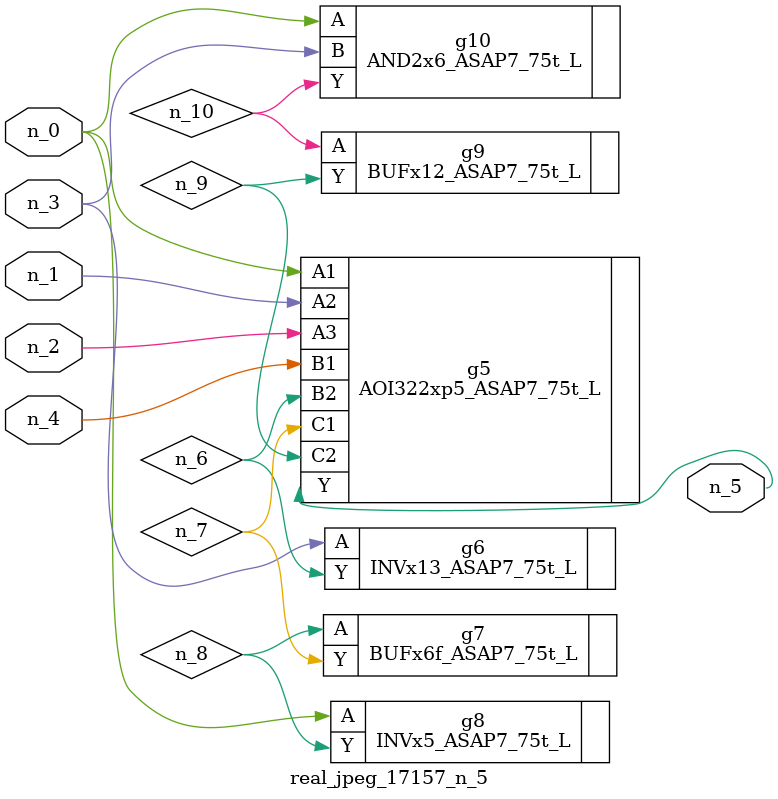
<source format=v>
module real_jpeg_17157_n_5 (n_4, n_0, n_1, n_2, n_3, n_5);

input n_4;
input n_0;
input n_1;
input n_2;
input n_3;

output n_5;

wire n_8;
wire n_6;
wire n_7;
wire n_10;
wire n_9;

AOI322xp5_ASAP7_75t_L g5 ( 
.A1(n_0),
.A2(n_1),
.A3(n_2),
.B1(n_4),
.B2(n_6),
.C1(n_7),
.C2(n_9),
.Y(n_5)
);

INVx5_ASAP7_75t_L g8 ( 
.A(n_0),
.Y(n_8)
);

AND2x6_ASAP7_75t_L g10 ( 
.A(n_0),
.B(n_3),
.Y(n_10)
);

INVx13_ASAP7_75t_L g6 ( 
.A(n_3),
.Y(n_6)
);

BUFx6f_ASAP7_75t_L g7 ( 
.A(n_8),
.Y(n_7)
);

BUFx12_ASAP7_75t_L g9 ( 
.A(n_10),
.Y(n_9)
);


endmodule
</source>
